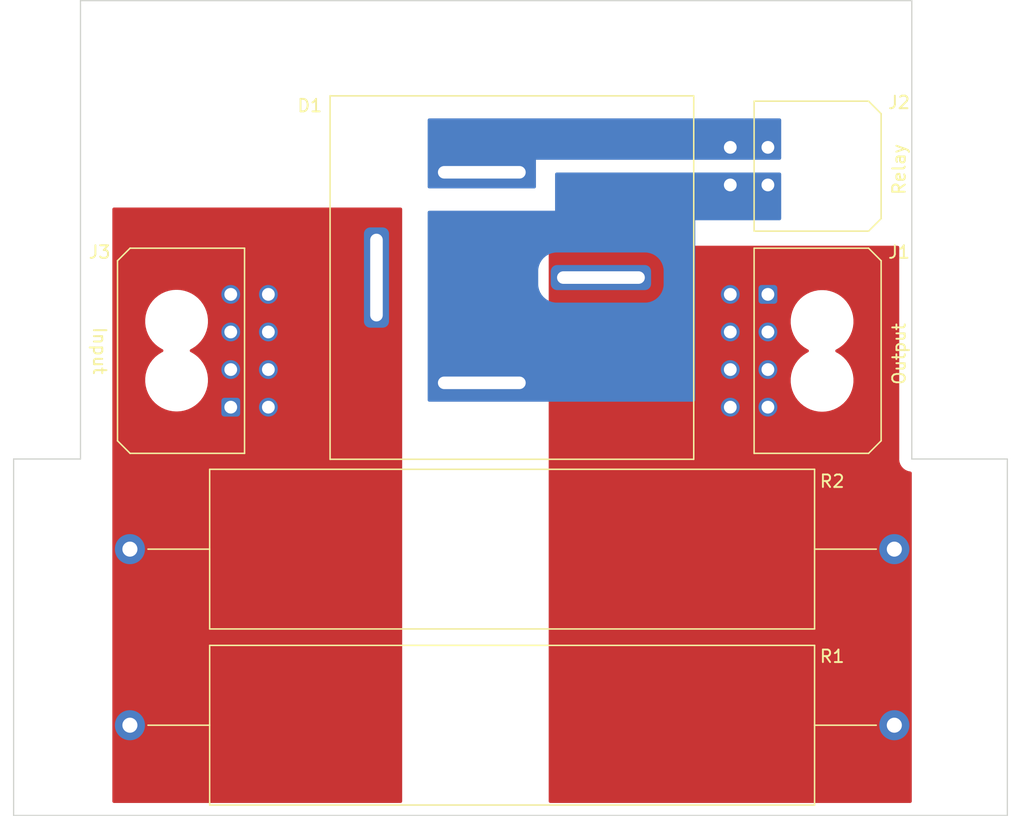
<source format=kicad_pcb>
(kicad_pcb (version 20211014) (generator pcbnew)
  (layers (0 "F.Cu" signal) (31 "B.Cu" signal) (34 "B.Paste" user) (35 "F.Paste" user) (36 "B.SilkS" user "B.Silkscreen") (37 "F.SilkS" user "F.Silkscreen") (38 "B.Mask" user) (39 "F.Mask" user) (44 "Edge.Cuts" user))
  (net 0 "")
  (net 1 "Net-(D1-Pad30)")
  (net 2 "Net-(D1-Pad85)")
  (net 3 "Net-(D1-Pad86)")
  (net 4 "Net-(D1-Pad87)")
  (footprint "MountingHole:MountingHole_3.2mm_M3" (layer "F.Cu") (at 152.654 43.18)
    (fp_text reference "H3" hide)
    (fp_text value "MountingHole")
    (pad "" np_thru_hole circle (at 0 0) (size 3.2 3.2) (drill 3.2) (layers *.Cu *.Mask))
  )
  (footprint "Resistor_THT:R_Axial_Power_L48.0mm_W12.5mm_P60.96mm" (layer "F.Cu") (at 155.071 83.139 180)
    (fp_text reference "R2" (at 4.957 5.415) (layer "F.SilkS"))
    (fp_text value "5.6k")
    (fp_line (start 54.6 6.37) (end 54.6 -6.37) (layer "F.SilkS") (width 0.12))
    (fp_line (start 6.36 6.37) (end 54.6 6.37) (layer "F.SilkS") (width 0.12))
    (fp_line (start 54.6 -6.37) (end 6.36 -6.37) (layer "F.SilkS") (width 0.12))
    (fp_line (start 59.52 0) (end 54.6 0) (layer "F.SilkS") (width 0.12))
    (fp_line (start 6.36 -6.37) (end 6.36 6.37) (layer "F.SilkS") (width 0.12))
    (fp_line (start 1.44 0) (end 6.36 0) (layer "F.SilkS") (width 0.12))
    (pad "1" thru_hole circle (at 0 0 180) (size 2.4 2.4) (drill 1.2) (layers *.Cu *.Mask) (net 1 "Net-(D1-Pad30)"))
    (pad "2" thru_hole oval (at 60.96 0 180) (size 2.4 2.4) (drill 1.2) (layers *.Cu *.Mask) (net 4 "Net-(D1-Pad87)"))
  )
  (footprint "MountingHole:MountingHole_3.2mm_M3" (layer "F.Cu") (at 88.9 90.17)
    (fp_text reference "H2" hide)
    (fp_text value "MountingHole")
    (pad "" np_thru_hole circle (at 0 0) (size 3.2 3.2) (drill 3.2) (layers *.Cu *.Mask))
  )
  (footprint "Connector_Molex:Molex_Micro-Fit_3.0_43045-0400_2x02_P3.00mm_Horizontal" (layer "F.Cu") (at 144.989 51.078 -90)
    (fp_text reference "J2" (at -3.58 -10.459 180) (layer "F.SilkS"))
    (fp_text value "Relay")
    (fp_line (start 5.685 -9.03) (end 6.685 -8.03) (layer "F.SilkS") (width 0.12))
    (fp_line (start -3.685 1.1) (end -3.685 -8.03) (layer "F.SilkS") (width 0.12))
    (fp_line (start -3.685 -8.03) (end -2.685 -9.03) (layer "F.SilkS") (width 0.12))
    (fp_line (start 6.685 -8.03) (end 6.685 1.1) (layer "F.SilkS") (width 0.12))
    (fp_line (start -2.685 -9.03) (end 5.685 -9.03) (layer "F.SilkS") (width 0.12))
    (fp_line (start 6.685 1.1) (end -3.685 1.1) (layer "F.SilkS") (width 0.12))
    (pad "" np_thru_hole circle (at 1.5 -4.32 270) (size 3 3) (drill 3) (layers *.Cu *.Mask))
    (pad "1" thru_hole roundrect (at 0 0 270) (size 1.5 1.5) (drill 1.02) (layers *.Cu *.Mask) (roundrect_rratio 0.1666673333) (net 3 "Net-(D1-Pad86)"))
    (pad "2" thru_hole circle (at 3 0 270) (size 1.5 1.5) (drill 1.02) (layers *.Cu *.Mask) (net 2 "Net-(D1-Pad85)"))
    (pad "3" thru_hole circle (at 0 3 270) (size 1.5 1.5) (drill 1.02) (layers *.Cu *.Mask) (net 3 "Net-(D1-Pad86)"))
    (pad "4" thru_hole circle (at 3 3 270) (size 1.5 1.5) (drill 1.02) (layers *.Cu *.Mask) (net 2 "Net-(D1-Pad85)"))
  )
  (footprint "Connector_Molex:Molex_Micro-Fit_3.0_43045-0800_2x04_P3.00mm_Horizontal" (layer "F.Cu") (at 102.153 71.81 90)
    (fp_text reference "J3" (at 12.374 -10.459 180) (layer "F.SilkS"))
    (fp_text value "Output")
    (fp_line (start -3.685 -8.03) (end -2.685 -9.03) (layer "F.SilkS") (width 0.12))
    (fp_line (start -3.685 1.1) (end -3.685 -8.03) (layer "F.SilkS") (width 0.12))
    (fp_line (start 12.685 1.1) (end -3.685 1.1) (layer "F.SilkS") (width 0.12))
    (fp_line (start 11.685 -9.03) (end 12.685 -8.03) (layer "F.SilkS") (width 0.12))
    (fp_line (start 12.685 -8.03) (end 12.685 1.1) (layer "F.SilkS") (width 0.12))
    (fp_line (start -2.685 -9.03) (end 11.685 -9.03) (layer "F.SilkS") (width 0.12))
    (pad "" np_thru_hole circle (at 6.86 -4.32 90) (size 3 3) (drill 3) (layers *.Cu *.Mask))
    (pad "" np_thru_hole circle (at 2.16 -4.32 90) (size 3 3) (drill 3) (layers *.Cu *.Mask))
    (pad "1" thru_hole roundrect (at 0 0 90) (size 1.5 1.5) (drill 1.02) (layers *.Cu *.Mask) (roundrect_rratio 0.1666673333) (net 4 "Net-(D1-Pad87)"))
    (pad "2" thru_hole circle (at 3 0 90) (size 1.5 1.5) (drill 1.02) (layers *.Cu *.Mask) (net 4 "Net-(D1-Pad87)"))
    (pad "3" thru_hole circle (at 6 0 90) (size 1.5 1.5) (drill 1.02) (layers *.Cu *.Mask) (net 4 "Net-(D1-Pad87)"))
    (pad "4" thru_hole circle (at 9 0 90) (size 1.5 1.5) (drill 1.02) (layers *.Cu *.Mask) (net 4 "Net-(D1-Pad87)"))
    (pad "5" thru_hole circle (at 0 3 90) (size 1.5 1.5) (drill 1.02) (layers *.Cu *.Mask) (net 4 "Net-(D1-Pad87)"))
    (pad "6" thru_hole circle (at 3 3 90) (size 1.5 1.5) (drill 1.02) (layers *.Cu *.Mask) (net 4 "Net-(D1-Pad87)"))
    (pad "7" thru_hole circle (at 6 3 90) (size 1.5 1.5) (drill 1.02) (layers *.Cu *.Mask) (net 4 "Net-(D1-Pad87)"))
    (pad "8" thru_hole circle (at 9 3 90) (size 1.5 1.5) (drill 1.02) (layers *.Cu *.Mask) (net 4 "Net-(D1-Pad87)"))
  )
  (footprint "MountingHole:MountingHole_3.2mm_M3" (layer "F.Cu") (at 93.98 43.18)
    (fp_text reference "H1" hide)
    (fp_text value "MountingHole")
    (pad "" np_thru_hole circle (at 0 0) (size 3.2 3.2) (drill 3.2) (layers *.Cu *.Mask))
  )
  (footprint "MountingHole:MountingHole_3.2mm_M3" (layer "F.Cu") (at 160.274 90.17)
    (fp_text reference "H4" hide)
    (fp_text value "MountingHole")
    (pad "" np_thru_hole circle (at 0 0) (size 3.2 3.2) (drill 3.2) (layers *.Cu *.Mask))
  )
  (footprint "Connector_Molex:Molex_Micro-Fit_3.0_43045-0800_2x04_P3.00mm_Horizontal" (layer "F.Cu") (at 144.989 62.81 -90)
    (fp_text reference "J1" (at -3.374 -10.459 180) (layer "F.SilkS"))
    (fp_text value "Input")
    (fp_line (start 12.685 1.1) (end -3.685 1.1) (layer "F.SilkS") (width 0.12))
    (fp_line (start -2.685 -9.03) (end 11.685 -9.03) (layer "F.SilkS") (width 0.12))
    (fp_line (start -3.685 -8.03) (end -2.685 -9.03) (layer "F.SilkS") (width 0.12))
    (fp_line (start 12.685 -8.03) (end 12.685 1.1) (layer "F.SilkS") (width 0.12))
    (fp_line (start -3.685 1.1) (end -3.685 -8.03) (layer "F.SilkS") (width 0.12))
    (fp_line (start 11.685 -9.03) (end 12.685 -8.03) (layer "F.SilkS") (width 0.12))
    (pad "" np_thru_hole circle (at 2.16 -4.32 270) (size 3 3) (drill 3) (layers *.Cu *.Mask))
    (pad "" np_thru_hole circle (at 6.86 -4.32 270) (size 3 3) (drill 3) (layers *.Cu *.Mask))
    (pad "1" thru_hole roundrect (at 0 0 270) (size 1.5 1.5) (drill 1.02) (layers *.Cu *.Mask) (roundrect_rratio 0.1666673333) (net 1 "Net-(D1-Pad30)"))
    (pad "2" thru_hole circle (at 3 0 270) (size 1.5 1.5) (drill 1.02) (layers *.Cu *.Mask) (net 1 "Net-(D1-Pad30)"))
    (pad "3" thru_hole circle (at 6 0 270) (size 1.5 1.5) (drill 1.02) (layers *.Cu *.Mask) (net 1 "Net-(D1-Pad30)"))
    (pad "4" thru_hole circle (at 9 0 270) (size 1.5 1.5) (drill 1.02) (layers *.Cu *.Mask) (net 1 "Net-(D1-Pad30)"))
    (pad "5" thru_hole circle (at 0 3 270) (size 1.5 1.5) (drill 1.02) (layers *.Cu *.Mask) (net 1 "Net-(D1-Pad30)"))
    (pad "6" thru_hole circle (at 3 3 270) (size 1.5 1.5) (drill 1.02) (layers *.Cu *.Mask) (net 1 "Net-(D1-Pad30)"))
    (pad "7" thru_hole circle (at 6 3 270) (size 1.5 1.5) (drill 1.02) (layers *.Cu *.Mask) (net 1 "Net-(D1-Pad30)"))
    (pad "8" thru_hole circle (at 9 3 270) (size 1.5 1.5) (drill 1.02) (layers *.Cu *.Mask) (net 1 "Net-(D1-Pad30)"))
  )
  (footprint "Relay_My:NRA-04-A-12D" (layer "F.Cu") (at 122.174 61.468 180)
    (fp_text reference "D1" (at 13.716 13.716 unlocked) (layer "F.SilkS"))
    (fp_text value "NRA-04-A-12D")
    (fp_line (start 12.1 -14.5) (end 12.1 14.5) (layer "F.SilkS") (width 0.12))
    (fp_line (start -16.9 14.5) (end 12.1 14.5) (layer "F.SilkS") (width 0.12))
    (fp_line (start -16.9 -14.5) (end 12.1 -14.5) (layer "F.SilkS") (width 0.12))
    (fp_line (start -16.9 -14.5) (end -16.9 14.5) (layer "F.SilkS") (width 0.12))
    (pad "30" thru_hole roundrect (at -9.5 0 180) (size 8 2) (drill oval 7 1) (layers *.Cu *.Mask) (net 1 "Net-(D1-Pad30)"))
    (pad "85" thru_hole roundrect (at 0 -8.4 180) (size 8 2) (drill oval 7 1) (layers *.Cu *.Mask) (net 2 "Net-(D1-Pad85)"))
    (pad "86" thru_hole roundrect (at 0 8.4 180) (size 8 2) (drill oval 7 1) (layers *.Cu *.Mask) (net 3 "Net-(D1-Pad86)"))
    (pad "87" thru_hole roundrect (at 8.4 0 270) (size 8 2) (drill oval 7 1) (layers *.Cu *.Mask) (net 4 "Net-(D1-Pad87)"))
  )
  (footprint "Resistor_THT:R_Axial_Power_L48.0mm_W12.5mm_P60.96mm" (layer "F.Cu") (at 155.071 97.189 180)
    (fp_text reference "R1" (at 4.957 5.495) (layer "F.SilkS"))
    (fp_text value "5.6k")
    (fp_line (start 6.36 -6.37) (end 6.36 6.37) (layer "F.SilkS") (width 0.12))
    (fp_line (start 1.44 0) (end 6.36 0) (layer "F.SilkS") (width 0.12))
    (fp_line (start 54.6 -6.37) (end 6.36 -6.37) (layer "F.SilkS") (width 0.12))
    (fp_line (start 59.52 0) (end 54.6 0) (layer "F.SilkS") (width 0.12))
    (fp_line (start 6.36 6.37) (end 54.6 6.37) (layer "F.SilkS") (width 0.12))
    (fp_line (start 54.6 6.37) (end 54.6 -6.37) (layer "F.SilkS") (width 0.12))
    (pad "1" thru_hole circle (at 0 0 180) (size 2.4 2.4) (drill 1.2) (layers *.Cu *.Mask) (net 1 "Net-(D1-Pad30)"))
    (pad "2" thru_hole oval (at 60.96 0 180) (size 2.4 2.4) (drill 1.2) (layers *.Cu *.Mask) (net 4 "Net-(D1-Pad87)"))
  )
  (gr_line (start 90.17 75.946) (end 90.17 39.37) (layer "Edge.Cuts") (width 0.1))
  (gr_line (start 164.084 75.946) (end 164.084 104.394) (layer "Edge.Cuts") (width 0.1))
  (gr_line (start 84.836 75.946) (end 90.17 75.946) (layer "Edge.Cuts") (width 0.1))
  (gr_line (start 84.836 104.394) (end 84.836 75.946) (layer "Edge.Cuts") (width 0.1))
  (gr_line (start 156.464 75.946) (end 164.084 75.946) (layer "Edge.Cuts") (width 0.1))
  (gr_line (start 156.464 39.37) (end 156.464 75.946) (layer "Edge.Cuts") (width 0.1))
  (gr_line (start 164.084 104.394) (end 84.836 104.394) (layer "Edge.Cuts") (width 0.1))
  (gr_line (start 90.17 39.37) (end 156.464 39.37) (layer "Edge.Cuts") (width 0.1))
  (gr_text "Output" (at 155.448 67.564 90) (layer "F.SilkS") (effects (font (size 1 1))))
  (gr_text "Input" (at 91.694 67.31 270) (layer "F.SilkS") (effects (font (size 1 1))))
  (gr_text "Relay\n" (at 155.448 52.832 90) (layer "F.SilkS") (effects (font (size 1 1))))
  (zone (net 4) (net_name "Net-(D1-Pad87)") (layer "F.Cu") (connect_pads yes (clearance 1)) (min_thickness 0.254) (fill yes (thermal_gap 0.508) (thermal_bridge_width 0.508))
    (polygon (pts (xy 115.824 103.632) (xy 92.71 103.632) (xy 92.71 55.88) (xy 115.824 55.88)))
  )
  (zone (net 1) (net_name "Net-(D1-Pad30)") (layer "F.Cu") (connect_pads yes (clearance 1)) (min_thickness 0.254) (fill yes (thermal_gap 0.508) (thermal_bridge_width 0.508))
    (polygon (pts (xy 134.366 58.928) (xy 135.89 58.928) (xy 156.464 58.928) (xy 156.464 103.632) (xy 127.508 103.632) (xy 127.508 58.928)))
  )
  (zone (net 3) (net_name "Net-(D1-Pad86)") (layer "B.Cu") (connect_pads yes (clearance 1)) (min_thickness 0.254) (fill yes (thermal_gap 0.508) (thermal_bridge_width 0.508))
    (polygon (pts (xy 146.05 52.07) (xy 126.492 52.07) (xy 126.492 54.356) (xy 117.856 54.356) (xy 117.856 48.768) (xy 146.05 48.768)))
  )
  (zone (net 2) (net_name "Net-(D1-Pad85)") (layer "B.Cu") (connect_pads yes (clearance 1)) (min_thickness 0.254) (fill yes (thermal_gap 0.508) (thermal_bridge_width 0.508))
    (polygon (pts (xy 146.05 56.896) (xy 139.192 56.896) (xy 139.192 71.374) (xy 117.856 71.374) (xy 117.856 56.134) (xy 128.016 56.134) (xy 128.016 53.086) (xy 146.05 53.086)))
  )
)
</source>
